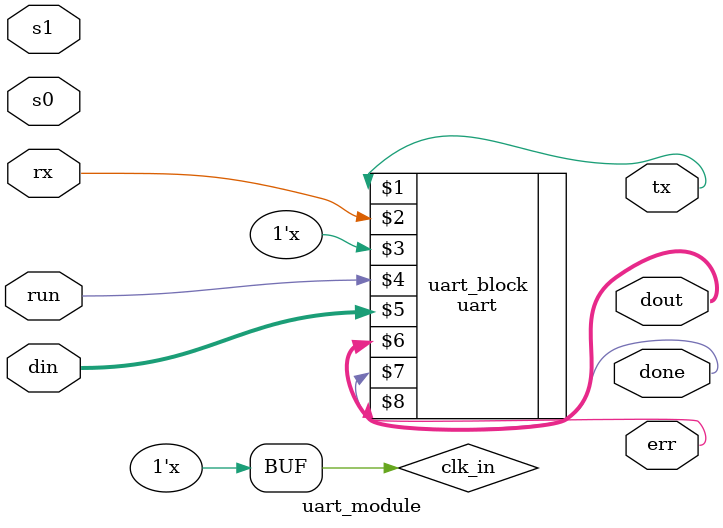
<source format=sv>
   
   module uart_module(din,s0,s1,run,rx,tx,dout,done,err);
   input [7:0]din;
   input run;
   input rx;
   input s0,s1;
   output reg tx;
   output reg done;
   output reg err;
   output reg [7:0]dout;
   
   
   bit clk_in;
   always #(tp/2) clk_in =~clk_in;
   
   uart uart_block(tx,rx,clk_in,run,din,dout,done,err);
   
   assign tp = s1 ? (s0 ?(26) : (52) )  : (s0?(104): (208) ) ;
   
   
   endmodule

</source>
